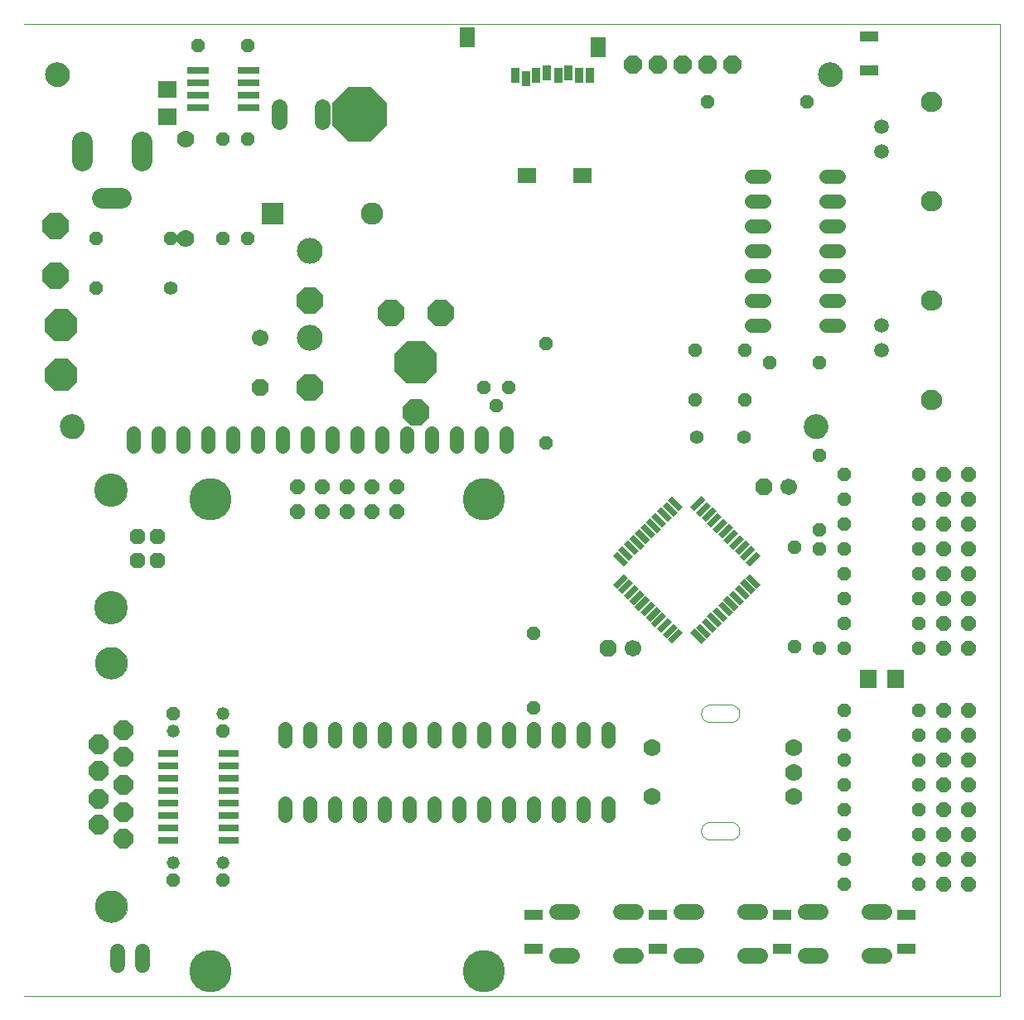
<source format=gts>
G75*
G70*
%OFA0B0*%
%FSLAX24Y24*%
%IPPOS*%
%LPD*%
%AMOC8*
5,1,8,0,0,1.08239X$1,22.5*
%
%ADD10C,0.0000*%
%ADD11R,0.0240X0.0620*%
%ADD12C,0.0560*%
%ADD13C,0.0985*%
%ADD14R,0.0906X0.0276*%
%ADD15OC8,0.1040*%
%ADD16C,0.0560*%
%ADD17OC8,0.0560*%
%ADD18OC8,0.0670*%
%ADD19C,0.0670*%
%ADD20R,0.0749X0.0670*%
%ADD21C,0.0700*%
%ADD22C,0.0640*%
%ADD23C,0.1040*%
%ADD24C,0.0827*%
%ADD25C,0.0594*%
%ADD26C,0.0827*%
%ADD27R,0.0740X0.0400*%
%ADD28R,0.0670X0.0750*%
%ADD29OC8,0.0614*%
%ADD30C,0.1346*%
%ADD31OC8,0.0800*%
%ADD32C,0.1300*%
%ADD33OC8,0.0600*%
%ADD34R,0.0840X0.0300*%
%ADD35OC8,0.0520*%
%ADD36C,0.0520*%
%ADD37R,0.0591X0.0788*%
%ADD38R,0.0749X0.0591*%
%ADD39R,0.0355X0.0631*%
%ADD40OC8,0.0740*%
%ADD41C,0.0600*%
%ADD42OC8,0.1300*%
%ADD43R,0.0900X0.0900*%
%ADD44C,0.0900*%
%ADD45C,0.1700*%
%ADD46OC8,0.2205*%
%ADD47OC8,0.1700*%
D10*
X002925Y005413D02*
X042167Y005413D01*
X042167Y044533D01*
X002925Y044533D01*
X003777Y042500D02*
X003779Y042543D01*
X003785Y042585D01*
X003795Y042627D01*
X003808Y042668D01*
X003825Y042708D01*
X003846Y042745D01*
X003870Y042781D01*
X003897Y042814D01*
X003927Y042845D01*
X003960Y042873D01*
X003995Y042898D01*
X004032Y042919D01*
X004071Y042937D01*
X004111Y042951D01*
X004153Y042962D01*
X004195Y042969D01*
X004238Y042972D01*
X004281Y042971D01*
X004324Y042966D01*
X004366Y042957D01*
X004407Y042945D01*
X004447Y042929D01*
X004485Y042909D01*
X004521Y042886D01*
X004555Y042859D01*
X004587Y042830D01*
X004615Y042798D01*
X004641Y042763D01*
X004663Y042727D01*
X004682Y042688D01*
X004697Y042648D01*
X004709Y042607D01*
X004717Y042564D01*
X004721Y042521D01*
X004721Y042479D01*
X004717Y042436D01*
X004709Y042393D01*
X004697Y042352D01*
X004682Y042312D01*
X004663Y042273D01*
X004641Y042237D01*
X004615Y042202D01*
X004587Y042170D01*
X004555Y042141D01*
X004521Y042114D01*
X004485Y042091D01*
X004447Y042071D01*
X004407Y042055D01*
X004366Y042043D01*
X004324Y042034D01*
X004281Y042029D01*
X004238Y042028D01*
X004195Y042031D01*
X004153Y042038D01*
X004111Y042049D01*
X004071Y042063D01*
X004032Y042081D01*
X003995Y042102D01*
X003960Y042127D01*
X003927Y042155D01*
X003897Y042186D01*
X003870Y042219D01*
X003846Y042255D01*
X003825Y042292D01*
X003808Y042332D01*
X003795Y042373D01*
X003785Y042415D01*
X003779Y042457D01*
X003777Y042500D01*
X004367Y028326D02*
X004369Y028369D01*
X004375Y028411D01*
X004385Y028453D01*
X004398Y028494D01*
X004415Y028534D01*
X004436Y028571D01*
X004460Y028607D01*
X004487Y028640D01*
X004517Y028671D01*
X004550Y028699D01*
X004585Y028724D01*
X004622Y028745D01*
X004661Y028763D01*
X004701Y028777D01*
X004743Y028788D01*
X004785Y028795D01*
X004828Y028798D01*
X004871Y028797D01*
X004914Y028792D01*
X004956Y028783D01*
X004997Y028771D01*
X005037Y028755D01*
X005075Y028735D01*
X005111Y028712D01*
X005145Y028685D01*
X005177Y028656D01*
X005205Y028624D01*
X005231Y028589D01*
X005253Y028553D01*
X005272Y028514D01*
X005287Y028474D01*
X005299Y028433D01*
X005307Y028390D01*
X005311Y028347D01*
X005311Y028305D01*
X005307Y028262D01*
X005299Y028219D01*
X005287Y028178D01*
X005272Y028138D01*
X005253Y028099D01*
X005231Y028063D01*
X005205Y028028D01*
X005177Y027996D01*
X005145Y027967D01*
X005111Y027940D01*
X005075Y027917D01*
X005037Y027897D01*
X004997Y027881D01*
X004956Y027869D01*
X004914Y027860D01*
X004871Y027855D01*
X004828Y027854D01*
X004785Y027857D01*
X004743Y027864D01*
X004701Y027875D01*
X004661Y027889D01*
X004622Y027907D01*
X004585Y027928D01*
X004550Y027953D01*
X004517Y027981D01*
X004487Y028012D01*
X004460Y028045D01*
X004436Y028081D01*
X004415Y028118D01*
X004398Y028158D01*
X004385Y028199D01*
X004375Y028241D01*
X004369Y028283D01*
X004367Y028326D01*
X005795Y018813D02*
X005797Y018863D01*
X005803Y018913D01*
X005813Y018962D01*
X005827Y019010D01*
X005844Y019057D01*
X005865Y019102D01*
X005890Y019146D01*
X005918Y019187D01*
X005950Y019226D01*
X005984Y019263D01*
X006021Y019297D01*
X006061Y019327D01*
X006103Y019354D01*
X006147Y019378D01*
X006193Y019399D01*
X006240Y019415D01*
X006288Y019428D01*
X006338Y019437D01*
X006387Y019442D01*
X006438Y019443D01*
X006488Y019440D01*
X006537Y019433D01*
X006586Y019422D01*
X006634Y019407D01*
X006680Y019389D01*
X006725Y019367D01*
X006768Y019341D01*
X006809Y019312D01*
X006848Y019280D01*
X006884Y019245D01*
X006916Y019207D01*
X006946Y019167D01*
X006973Y019124D01*
X006996Y019080D01*
X007015Y019034D01*
X007031Y018986D01*
X007043Y018937D01*
X007051Y018888D01*
X007055Y018838D01*
X007055Y018788D01*
X007051Y018738D01*
X007043Y018689D01*
X007031Y018640D01*
X007015Y018592D01*
X006996Y018546D01*
X006973Y018502D01*
X006946Y018459D01*
X006916Y018419D01*
X006884Y018381D01*
X006848Y018346D01*
X006809Y018314D01*
X006768Y018285D01*
X006725Y018259D01*
X006680Y018237D01*
X006634Y018219D01*
X006586Y018204D01*
X006537Y018193D01*
X006488Y018186D01*
X006438Y018183D01*
X006387Y018184D01*
X006338Y018189D01*
X006288Y018198D01*
X006240Y018211D01*
X006193Y018227D01*
X006147Y018248D01*
X006103Y018272D01*
X006061Y018299D01*
X006021Y018329D01*
X005984Y018363D01*
X005950Y018400D01*
X005918Y018439D01*
X005890Y018480D01*
X005865Y018524D01*
X005844Y018569D01*
X005827Y018616D01*
X005813Y018664D01*
X005803Y018713D01*
X005797Y018763D01*
X005795Y018813D01*
X005795Y009013D02*
X005797Y009063D01*
X005803Y009113D01*
X005813Y009162D01*
X005827Y009210D01*
X005844Y009257D01*
X005865Y009302D01*
X005890Y009346D01*
X005918Y009387D01*
X005950Y009426D01*
X005984Y009463D01*
X006021Y009497D01*
X006061Y009527D01*
X006103Y009554D01*
X006147Y009578D01*
X006193Y009599D01*
X006240Y009615D01*
X006288Y009628D01*
X006338Y009637D01*
X006387Y009642D01*
X006438Y009643D01*
X006488Y009640D01*
X006537Y009633D01*
X006586Y009622D01*
X006634Y009607D01*
X006680Y009589D01*
X006725Y009567D01*
X006768Y009541D01*
X006809Y009512D01*
X006848Y009480D01*
X006884Y009445D01*
X006916Y009407D01*
X006946Y009367D01*
X006973Y009324D01*
X006996Y009280D01*
X007015Y009234D01*
X007031Y009186D01*
X007043Y009137D01*
X007051Y009088D01*
X007055Y009038D01*
X007055Y008988D01*
X007051Y008938D01*
X007043Y008889D01*
X007031Y008840D01*
X007015Y008792D01*
X006996Y008746D01*
X006973Y008702D01*
X006946Y008659D01*
X006916Y008619D01*
X006884Y008581D01*
X006848Y008546D01*
X006809Y008514D01*
X006768Y008485D01*
X006725Y008459D01*
X006680Y008437D01*
X006634Y008419D01*
X006586Y008404D01*
X006537Y008393D01*
X006488Y008386D01*
X006438Y008383D01*
X006387Y008384D01*
X006338Y008389D01*
X006288Y008398D01*
X006240Y008411D01*
X006193Y008427D01*
X006147Y008448D01*
X006103Y008472D01*
X006061Y008499D01*
X006021Y008529D01*
X005984Y008563D01*
X005950Y008600D01*
X005918Y008639D01*
X005890Y008680D01*
X005865Y008724D01*
X005844Y008769D01*
X005827Y008816D01*
X005813Y008864D01*
X005803Y008913D01*
X005797Y008963D01*
X005795Y009013D01*
X030512Y011696D02*
X031338Y011696D01*
X031338Y011697D02*
X031375Y011699D01*
X031412Y011705D01*
X031447Y011714D01*
X031482Y011728D01*
X031515Y011744D01*
X031546Y011765D01*
X031575Y011788D01*
X031601Y011814D01*
X031624Y011843D01*
X031645Y011874D01*
X031661Y011907D01*
X031675Y011942D01*
X031684Y011977D01*
X031690Y012014D01*
X031692Y012051D01*
X031690Y012088D01*
X031684Y012125D01*
X031675Y012160D01*
X031661Y012195D01*
X031645Y012228D01*
X031624Y012259D01*
X031601Y012288D01*
X031575Y012314D01*
X031546Y012337D01*
X031515Y012358D01*
X031482Y012374D01*
X031447Y012388D01*
X031412Y012397D01*
X031375Y012403D01*
X031338Y012405D01*
X030512Y012405D01*
X030475Y012403D01*
X030438Y012397D01*
X030403Y012388D01*
X030368Y012374D01*
X030335Y012358D01*
X030304Y012337D01*
X030275Y012314D01*
X030249Y012288D01*
X030226Y012259D01*
X030205Y012228D01*
X030189Y012195D01*
X030175Y012160D01*
X030166Y012125D01*
X030160Y012088D01*
X030158Y012051D01*
X030160Y012014D01*
X030166Y011977D01*
X030175Y011942D01*
X030189Y011907D01*
X030205Y011874D01*
X030226Y011843D01*
X030249Y011814D01*
X030275Y011788D01*
X030304Y011765D01*
X030335Y011744D01*
X030368Y011728D01*
X030403Y011714D01*
X030438Y011705D01*
X030475Y011699D01*
X030512Y011697D01*
X030512Y016421D02*
X031338Y016421D01*
X031375Y016423D01*
X031412Y016429D01*
X031447Y016438D01*
X031482Y016452D01*
X031515Y016468D01*
X031546Y016489D01*
X031575Y016512D01*
X031601Y016538D01*
X031624Y016567D01*
X031645Y016598D01*
X031661Y016631D01*
X031675Y016666D01*
X031684Y016701D01*
X031690Y016738D01*
X031692Y016775D01*
X031690Y016812D01*
X031684Y016849D01*
X031675Y016884D01*
X031661Y016919D01*
X031645Y016952D01*
X031624Y016983D01*
X031601Y017012D01*
X031575Y017038D01*
X031546Y017061D01*
X031515Y017082D01*
X031482Y017098D01*
X031447Y017112D01*
X031412Y017121D01*
X031375Y017127D01*
X031338Y017129D01*
X031338Y017130D02*
X030512Y017130D01*
X030512Y017129D02*
X030475Y017127D01*
X030438Y017121D01*
X030403Y017112D01*
X030368Y017098D01*
X030335Y017082D01*
X030304Y017061D01*
X030275Y017038D01*
X030249Y017012D01*
X030226Y016983D01*
X030205Y016952D01*
X030189Y016919D01*
X030175Y016884D01*
X030166Y016849D01*
X030160Y016812D01*
X030158Y016775D01*
X030160Y016738D01*
X030166Y016701D01*
X030175Y016666D01*
X030189Y016631D01*
X030205Y016598D01*
X030226Y016567D01*
X030249Y016538D01*
X030275Y016512D01*
X030304Y016489D01*
X030335Y016468D01*
X030368Y016452D01*
X030403Y016438D01*
X030438Y016429D01*
X030475Y016423D01*
X030512Y016421D01*
X034289Y028326D02*
X034291Y028369D01*
X034297Y028411D01*
X034307Y028453D01*
X034320Y028494D01*
X034337Y028534D01*
X034358Y028571D01*
X034382Y028607D01*
X034409Y028640D01*
X034439Y028671D01*
X034472Y028699D01*
X034507Y028724D01*
X034544Y028745D01*
X034583Y028763D01*
X034623Y028777D01*
X034665Y028788D01*
X034707Y028795D01*
X034750Y028798D01*
X034793Y028797D01*
X034836Y028792D01*
X034878Y028783D01*
X034919Y028771D01*
X034959Y028755D01*
X034997Y028735D01*
X035033Y028712D01*
X035067Y028685D01*
X035099Y028656D01*
X035127Y028624D01*
X035153Y028589D01*
X035175Y028553D01*
X035194Y028514D01*
X035209Y028474D01*
X035221Y028433D01*
X035229Y028390D01*
X035233Y028347D01*
X035233Y028305D01*
X035229Y028262D01*
X035221Y028219D01*
X035209Y028178D01*
X035194Y028138D01*
X035175Y028099D01*
X035153Y028063D01*
X035127Y028028D01*
X035099Y027996D01*
X035067Y027967D01*
X035033Y027940D01*
X034997Y027917D01*
X034959Y027897D01*
X034919Y027881D01*
X034878Y027869D01*
X034836Y027860D01*
X034793Y027855D01*
X034750Y027854D01*
X034707Y027857D01*
X034665Y027864D01*
X034623Y027875D01*
X034583Y027889D01*
X034544Y027907D01*
X034507Y027928D01*
X034472Y027953D01*
X034439Y027981D01*
X034409Y028012D01*
X034382Y028045D01*
X034358Y028081D01*
X034337Y028118D01*
X034320Y028158D01*
X034307Y028199D01*
X034297Y028241D01*
X034291Y028283D01*
X034289Y028326D01*
X039031Y029413D02*
X039033Y029452D01*
X039039Y029491D01*
X039049Y029529D01*
X039062Y029566D01*
X039079Y029601D01*
X039099Y029635D01*
X039123Y029666D01*
X039150Y029695D01*
X039179Y029721D01*
X039211Y029744D01*
X039245Y029764D01*
X039281Y029780D01*
X039318Y029792D01*
X039357Y029801D01*
X039396Y029806D01*
X039435Y029807D01*
X039474Y029804D01*
X039513Y029797D01*
X039550Y029786D01*
X039587Y029772D01*
X039622Y029754D01*
X039655Y029733D01*
X039686Y029708D01*
X039714Y029681D01*
X039739Y029651D01*
X039761Y029618D01*
X039780Y029584D01*
X039795Y029548D01*
X039807Y029510D01*
X039815Y029472D01*
X039819Y029433D01*
X039819Y029393D01*
X039815Y029354D01*
X039807Y029316D01*
X039795Y029278D01*
X039780Y029242D01*
X039761Y029208D01*
X039739Y029175D01*
X039714Y029145D01*
X039686Y029118D01*
X039655Y029093D01*
X039622Y029072D01*
X039587Y029054D01*
X039550Y029040D01*
X039513Y029029D01*
X039474Y029022D01*
X039435Y029019D01*
X039396Y029020D01*
X039357Y029025D01*
X039318Y029034D01*
X039281Y029046D01*
X039245Y029062D01*
X039211Y029082D01*
X039179Y029105D01*
X039150Y029131D01*
X039123Y029160D01*
X039099Y029191D01*
X039079Y029225D01*
X039062Y029260D01*
X039049Y029297D01*
X039039Y029335D01*
X039033Y029374D01*
X039031Y029413D01*
X039031Y033413D02*
X039033Y033452D01*
X039039Y033491D01*
X039049Y033529D01*
X039062Y033566D01*
X039079Y033601D01*
X039099Y033635D01*
X039123Y033666D01*
X039150Y033695D01*
X039179Y033721D01*
X039211Y033744D01*
X039245Y033764D01*
X039281Y033780D01*
X039318Y033792D01*
X039357Y033801D01*
X039396Y033806D01*
X039435Y033807D01*
X039474Y033804D01*
X039513Y033797D01*
X039550Y033786D01*
X039587Y033772D01*
X039622Y033754D01*
X039655Y033733D01*
X039686Y033708D01*
X039714Y033681D01*
X039739Y033651D01*
X039761Y033618D01*
X039780Y033584D01*
X039795Y033548D01*
X039807Y033510D01*
X039815Y033472D01*
X039819Y033433D01*
X039819Y033393D01*
X039815Y033354D01*
X039807Y033316D01*
X039795Y033278D01*
X039780Y033242D01*
X039761Y033208D01*
X039739Y033175D01*
X039714Y033145D01*
X039686Y033118D01*
X039655Y033093D01*
X039622Y033072D01*
X039587Y033054D01*
X039550Y033040D01*
X039513Y033029D01*
X039474Y033022D01*
X039435Y033019D01*
X039396Y033020D01*
X039357Y033025D01*
X039318Y033034D01*
X039281Y033046D01*
X039245Y033062D01*
X039211Y033082D01*
X039179Y033105D01*
X039150Y033131D01*
X039123Y033160D01*
X039099Y033191D01*
X039079Y033225D01*
X039062Y033260D01*
X039049Y033297D01*
X039039Y033335D01*
X039033Y033374D01*
X039031Y033413D01*
X039031Y037413D02*
X039033Y037452D01*
X039039Y037491D01*
X039049Y037529D01*
X039062Y037566D01*
X039079Y037601D01*
X039099Y037635D01*
X039123Y037666D01*
X039150Y037695D01*
X039179Y037721D01*
X039211Y037744D01*
X039245Y037764D01*
X039281Y037780D01*
X039318Y037792D01*
X039357Y037801D01*
X039396Y037806D01*
X039435Y037807D01*
X039474Y037804D01*
X039513Y037797D01*
X039550Y037786D01*
X039587Y037772D01*
X039622Y037754D01*
X039655Y037733D01*
X039686Y037708D01*
X039714Y037681D01*
X039739Y037651D01*
X039761Y037618D01*
X039780Y037584D01*
X039795Y037548D01*
X039807Y037510D01*
X039815Y037472D01*
X039819Y037433D01*
X039819Y037393D01*
X039815Y037354D01*
X039807Y037316D01*
X039795Y037278D01*
X039780Y037242D01*
X039761Y037208D01*
X039739Y037175D01*
X039714Y037145D01*
X039686Y037118D01*
X039655Y037093D01*
X039622Y037072D01*
X039587Y037054D01*
X039550Y037040D01*
X039513Y037029D01*
X039474Y037022D01*
X039435Y037019D01*
X039396Y037020D01*
X039357Y037025D01*
X039318Y037034D01*
X039281Y037046D01*
X039245Y037062D01*
X039211Y037082D01*
X039179Y037105D01*
X039150Y037131D01*
X039123Y037160D01*
X039099Y037191D01*
X039079Y037225D01*
X039062Y037260D01*
X039049Y037297D01*
X039039Y037335D01*
X039033Y037374D01*
X039031Y037413D01*
X039031Y041413D02*
X039033Y041452D01*
X039039Y041491D01*
X039049Y041529D01*
X039062Y041566D01*
X039079Y041601D01*
X039099Y041635D01*
X039123Y041666D01*
X039150Y041695D01*
X039179Y041721D01*
X039211Y041744D01*
X039245Y041764D01*
X039281Y041780D01*
X039318Y041792D01*
X039357Y041801D01*
X039396Y041806D01*
X039435Y041807D01*
X039474Y041804D01*
X039513Y041797D01*
X039550Y041786D01*
X039587Y041772D01*
X039622Y041754D01*
X039655Y041733D01*
X039686Y041708D01*
X039714Y041681D01*
X039739Y041651D01*
X039761Y041618D01*
X039780Y041584D01*
X039795Y041548D01*
X039807Y041510D01*
X039815Y041472D01*
X039819Y041433D01*
X039819Y041393D01*
X039815Y041354D01*
X039807Y041316D01*
X039795Y041278D01*
X039780Y041242D01*
X039761Y041208D01*
X039739Y041175D01*
X039714Y041145D01*
X039686Y041118D01*
X039655Y041093D01*
X039622Y041072D01*
X039587Y041054D01*
X039550Y041040D01*
X039513Y041029D01*
X039474Y041022D01*
X039435Y041019D01*
X039396Y041020D01*
X039357Y041025D01*
X039318Y041034D01*
X039281Y041046D01*
X039245Y041062D01*
X039211Y041082D01*
X039179Y041105D01*
X039150Y041131D01*
X039123Y041160D01*
X039099Y041191D01*
X039079Y041225D01*
X039062Y041260D01*
X039049Y041297D01*
X039039Y041335D01*
X039033Y041374D01*
X039031Y041413D01*
X034879Y042500D02*
X034881Y042543D01*
X034887Y042585D01*
X034897Y042627D01*
X034910Y042668D01*
X034927Y042708D01*
X034948Y042745D01*
X034972Y042781D01*
X034999Y042814D01*
X035029Y042845D01*
X035062Y042873D01*
X035097Y042898D01*
X035134Y042919D01*
X035173Y042937D01*
X035213Y042951D01*
X035255Y042962D01*
X035297Y042969D01*
X035340Y042972D01*
X035383Y042971D01*
X035426Y042966D01*
X035468Y042957D01*
X035509Y042945D01*
X035549Y042929D01*
X035587Y042909D01*
X035623Y042886D01*
X035657Y042859D01*
X035689Y042830D01*
X035717Y042798D01*
X035743Y042763D01*
X035765Y042727D01*
X035784Y042688D01*
X035799Y042648D01*
X035811Y042607D01*
X035819Y042564D01*
X035823Y042521D01*
X035823Y042479D01*
X035819Y042436D01*
X035811Y042393D01*
X035799Y042352D01*
X035784Y042312D01*
X035765Y042273D01*
X035743Y042237D01*
X035717Y042202D01*
X035689Y042170D01*
X035657Y042141D01*
X035623Y042114D01*
X035587Y042091D01*
X035549Y042071D01*
X035509Y042055D01*
X035468Y042043D01*
X035426Y042034D01*
X035383Y042029D01*
X035340Y042028D01*
X035297Y042031D01*
X035255Y042038D01*
X035213Y042049D01*
X035173Y042063D01*
X035134Y042081D01*
X035097Y042102D01*
X035062Y042127D01*
X035029Y042155D01*
X034999Y042186D01*
X034972Y042219D01*
X034948Y042255D01*
X034927Y042292D01*
X034910Y042332D01*
X034897Y042373D01*
X034887Y042415D01*
X034881Y042457D01*
X034879Y042500D01*
D11*
G36*
X029890Y024928D02*
X029720Y025098D01*
X030158Y025536D01*
X030328Y025366D01*
X029890Y024928D01*
G37*
G36*
X030109Y024709D02*
X029939Y024879D01*
X030377Y025317D01*
X030547Y025147D01*
X030109Y024709D01*
G37*
G36*
X030335Y024483D02*
X030165Y024653D01*
X030603Y025091D01*
X030773Y024921D01*
X030335Y024483D01*
G37*
G36*
X030555Y024264D02*
X030385Y024434D01*
X030823Y024872D01*
X030993Y024702D01*
X030555Y024264D01*
G37*
G36*
X030781Y024037D02*
X030611Y024207D01*
X031049Y024645D01*
X031219Y024475D01*
X030781Y024037D01*
G37*
G36*
X031000Y023818D02*
X030830Y023988D01*
X031268Y024426D01*
X031438Y024256D01*
X031000Y023818D01*
G37*
G36*
X031219Y023599D02*
X031049Y023769D01*
X031487Y024207D01*
X031657Y024037D01*
X031219Y023599D01*
G37*
G36*
X031446Y023373D02*
X031276Y023543D01*
X031714Y023981D01*
X031884Y023811D01*
X031446Y023373D01*
G37*
G36*
X031665Y023153D02*
X031495Y023323D01*
X031933Y023761D01*
X032103Y023591D01*
X031665Y023153D01*
G37*
G36*
X031891Y022927D02*
X031721Y023097D01*
X032159Y023535D01*
X032329Y023365D01*
X031891Y022927D01*
G37*
G36*
X032110Y022708D02*
X031940Y022878D01*
X032378Y023316D01*
X032548Y023146D01*
X032110Y022708D01*
G37*
G36*
X031940Y022241D02*
X032110Y022411D01*
X032548Y021973D01*
X032378Y021803D01*
X031940Y022241D01*
G37*
G36*
X031721Y022022D02*
X031891Y022192D01*
X032329Y021754D01*
X032159Y021584D01*
X031721Y022022D01*
G37*
G36*
X031495Y021795D02*
X031665Y021965D01*
X032103Y021527D01*
X031933Y021357D01*
X031495Y021795D01*
G37*
G36*
X031276Y021576D02*
X031446Y021746D01*
X031884Y021308D01*
X031714Y021138D01*
X031276Y021576D01*
G37*
G36*
X031049Y021350D02*
X031219Y021520D01*
X031657Y021082D01*
X031487Y020912D01*
X031049Y021350D01*
G37*
G36*
X030830Y021131D02*
X031000Y021301D01*
X031438Y020863D01*
X031268Y020693D01*
X030830Y021131D01*
G37*
G36*
X030611Y020912D02*
X030781Y021082D01*
X031219Y020644D01*
X031049Y020474D01*
X030611Y020912D01*
G37*
G36*
X030385Y020685D02*
X030555Y020855D01*
X030993Y020417D01*
X030823Y020247D01*
X030385Y020685D01*
G37*
G36*
X030165Y020466D02*
X030335Y020636D01*
X030773Y020198D01*
X030603Y020028D01*
X030165Y020466D01*
G37*
G36*
X029939Y020240D02*
X030109Y020410D01*
X030547Y019972D01*
X030377Y019802D01*
X029939Y020240D01*
G37*
G36*
X029720Y020021D02*
X029890Y020191D01*
X030328Y019753D01*
X030158Y019583D01*
X029720Y020021D01*
G37*
G36*
X028985Y019583D02*
X028815Y019753D01*
X029253Y020191D01*
X029423Y020021D01*
X028985Y019583D01*
G37*
G36*
X028766Y019802D02*
X028596Y019972D01*
X029034Y020410D01*
X029204Y020240D01*
X028766Y019802D01*
G37*
G36*
X028539Y020028D02*
X028369Y020198D01*
X028807Y020636D01*
X028977Y020466D01*
X028539Y020028D01*
G37*
G36*
X028320Y020247D02*
X028150Y020417D01*
X028588Y020855D01*
X028758Y020685D01*
X028320Y020247D01*
G37*
G36*
X028094Y020474D02*
X027924Y020644D01*
X028362Y021082D01*
X028532Y020912D01*
X028094Y020474D01*
G37*
G36*
X027875Y020693D02*
X027705Y020863D01*
X028143Y021301D01*
X028313Y021131D01*
X027875Y020693D01*
G37*
G36*
X027656Y020912D02*
X027486Y021082D01*
X027924Y021520D01*
X028094Y021350D01*
X027656Y020912D01*
G37*
G36*
X027429Y021138D02*
X027259Y021308D01*
X027697Y021746D01*
X027867Y021576D01*
X027429Y021138D01*
G37*
G36*
X027210Y021357D02*
X027040Y021527D01*
X027478Y021965D01*
X027648Y021795D01*
X027210Y021357D01*
G37*
G36*
X026984Y021584D02*
X026814Y021754D01*
X027252Y022192D01*
X027422Y022022D01*
X026984Y021584D01*
G37*
G36*
X026765Y021803D02*
X026595Y021973D01*
X027033Y022411D01*
X027203Y022241D01*
X026765Y021803D01*
G37*
G36*
X026595Y023146D02*
X026765Y023316D01*
X027203Y022878D01*
X027033Y022708D01*
X026595Y023146D01*
G37*
G36*
X026814Y023365D02*
X026984Y023535D01*
X027422Y023097D01*
X027252Y022927D01*
X026814Y023365D01*
G37*
G36*
X027040Y023591D02*
X027210Y023761D01*
X027648Y023323D01*
X027478Y023153D01*
X027040Y023591D01*
G37*
G36*
X027259Y023811D02*
X027429Y023981D01*
X027867Y023543D01*
X027697Y023373D01*
X027259Y023811D01*
G37*
G36*
X027486Y024037D02*
X027656Y024207D01*
X028094Y023769D01*
X027924Y023599D01*
X027486Y024037D01*
G37*
G36*
X027705Y024256D02*
X027875Y024426D01*
X028313Y023988D01*
X028143Y023818D01*
X027705Y024256D01*
G37*
G36*
X027924Y024475D02*
X028094Y024645D01*
X028532Y024207D01*
X028362Y024037D01*
X027924Y024475D01*
G37*
G36*
X028150Y024702D02*
X028320Y024872D01*
X028758Y024434D01*
X028588Y024264D01*
X028150Y024702D01*
G37*
G36*
X028369Y024921D02*
X028539Y025091D01*
X028977Y024653D01*
X028807Y024483D01*
X028369Y024921D01*
G37*
G36*
X028596Y025147D02*
X028766Y025317D01*
X029204Y024879D01*
X029034Y024709D01*
X028596Y025147D01*
G37*
G36*
X028815Y025366D02*
X028985Y025536D01*
X029423Y025098D01*
X029253Y024928D01*
X028815Y025366D01*
G37*
D12*
X022312Y027538D02*
X022312Y028058D01*
X021312Y028058D02*
X021312Y027538D01*
X020312Y027538D02*
X020312Y028058D01*
X019312Y028058D02*
X019312Y027538D01*
X018312Y027538D02*
X018312Y028058D01*
X017312Y028058D02*
X017312Y027538D01*
X016312Y027538D02*
X016312Y028058D01*
X015312Y028058D02*
X015312Y027538D01*
X014312Y027538D02*
X014312Y028058D01*
X013312Y028058D02*
X013312Y027538D01*
X012312Y027538D02*
X012312Y028058D01*
X011312Y028058D02*
X011312Y027538D01*
X010312Y027538D02*
X010312Y028058D01*
X009312Y028058D02*
X009312Y027538D01*
X008312Y027538D02*
X008312Y028058D01*
X007312Y028058D02*
X007312Y027538D01*
X013425Y016173D02*
X013425Y015653D01*
X014425Y015653D02*
X014425Y016173D01*
X015425Y016173D02*
X015425Y015653D01*
X016425Y015653D02*
X016425Y016173D01*
X017425Y016173D02*
X017425Y015653D01*
X018425Y015653D02*
X018425Y016173D01*
X019425Y016173D02*
X019425Y015653D01*
X020425Y015653D02*
X020425Y016173D01*
X021425Y016173D02*
X021425Y015653D01*
X022425Y015653D02*
X022425Y016173D01*
X023425Y016173D02*
X023425Y015653D01*
X024425Y015653D02*
X024425Y016173D01*
X025425Y016173D02*
X025425Y015653D01*
X026425Y015653D02*
X026425Y016173D01*
X026425Y013173D02*
X026425Y012653D01*
X025425Y012653D02*
X025425Y013173D01*
X024425Y013173D02*
X024425Y012653D01*
X023425Y012653D02*
X023425Y013173D01*
X022425Y013173D02*
X022425Y012653D01*
X021425Y012653D02*
X021425Y013173D01*
X020425Y013173D02*
X020425Y012653D01*
X019425Y012653D02*
X019425Y013173D01*
X018425Y013173D02*
X018425Y012653D01*
X017425Y012653D02*
X017425Y013173D01*
X016425Y013173D02*
X016425Y012653D01*
X015425Y012653D02*
X015425Y013173D01*
X014425Y013173D02*
X014425Y012653D01*
X013425Y012653D02*
X013425Y013173D01*
X032165Y032413D02*
X032685Y032413D01*
X032685Y033413D02*
X032165Y033413D01*
X032165Y034413D02*
X032685Y034413D01*
X032685Y035413D02*
X032165Y035413D01*
X032165Y036413D02*
X032685Y036413D01*
X032685Y037413D02*
X032165Y037413D01*
X032165Y038413D02*
X032685Y038413D01*
X035165Y038413D02*
X035685Y038413D01*
X035685Y037413D02*
X035165Y037413D01*
X035165Y036413D02*
X035685Y036413D01*
X035685Y035413D02*
X035165Y035413D01*
X035165Y034413D02*
X035685Y034413D01*
X035685Y033413D02*
X035165Y033413D01*
X035165Y032413D02*
X035685Y032413D01*
D13*
X034761Y028326D03*
X035351Y042500D03*
X004839Y028326D03*
X004249Y042500D03*
D14*
X009901Y042663D03*
X009901Y042163D03*
X009901Y041663D03*
X009901Y041163D03*
X011949Y041163D03*
X011949Y041663D03*
X011949Y042163D03*
X011949Y042663D03*
D15*
X004175Y036413D03*
X004175Y034413D03*
X014425Y033413D03*
X017675Y032913D03*
X019675Y032913D03*
X018675Y028913D03*
X014425Y029913D03*
D16*
X008800Y033913D03*
X029975Y027913D03*
X031875Y027913D03*
D17*
X031925Y029413D03*
X032925Y030913D03*
X031925Y031413D03*
X029925Y031413D03*
X029925Y029413D03*
X034925Y030913D03*
X034925Y027163D03*
X035925Y026413D03*
X035925Y025413D03*
X035925Y024413D03*
X035925Y023413D03*
X034925Y023413D03*
X034925Y024163D03*
X033925Y023456D03*
X035925Y022413D03*
X035925Y021413D03*
X035925Y020413D03*
X035925Y019413D03*
X034925Y019413D03*
X033925Y019456D03*
X035925Y016913D03*
X035925Y015913D03*
X035925Y014913D03*
X035925Y013913D03*
X035925Y012913D03*
X035925Y011913D03*
X035925Y010913D03*
X035925Y009913D03*
X038925Y009913D03*
X038925Y010913D03*
X038925Y011913D03*
X038925Y012913D03*
X038925Y013913D03*
X038925Y014913D03*
X038925Y015913D03*
X038925Y016913D03*
X038925Y019413D03*
X038925Y020413D03*
X038925Y021413D03*
X038925Y022413D03*
X038925Y023413D03*
X038925Y024413D03*
X038925Y025413D03*
X038925Y026413D03*
X023925Y027663D03*
X021925Y029163D03*
X021425Y029913D03*
X022425Y029913D03*
X023925Y031663D03*
X030425Y041413D03*
X034425Y041413D03*
X011925Y039913D03*
X010925Y039913D03*
X009925Y043663D03*
X011925Y043663D03*
X011925Y035913D03*
X010925Y035913D03*
X008800Y035913D03*
X005800Y035913D03*
X005800Y033913D03*
X023425Y020017D03*
X023425Y017017D03*
D18*
X026425Y019413D03*
X032675Y025913D03*
X012425Y029913D03*
D19*
X012425Y031913D03*
X027425Y019413D03*
X033675Y025913D03*
D20*
X008683Y040799D03*
X008683Y041902D03*
D21*
X009425Y039913D03*
X009425Y035913D03*
X028169Y015397D03*
X028169Y013429D03*
X033878Y013429D03*
X033878Y014413D03*
X033878Y015397D03*
D22*
X034345Y008803D02*
X034945Y008803D01*
X034945Y007023D02*
X034345Y007023D01*
X032505Y007023D02*
X031905Y007023D01*
X031905Y008803D02*
X032505Y008803D01*
X029945Y008803D02*
X029345Y008803D01*
X029345Y007023D02*
X029945Y007023D01*
X027505Y007023D02*
X026905Y007023D01*
X026905Y008803D02*
X027505Y008803D01*
X024945Y008803D02*
X024345Y008803D01*
X024345Y007023D02*
X024945Y007023D01*
X036905Y007023D02*
X037505Y007023D01*
X037505Y008803D02*
X036905Y008803D01*
X014925Y040613D02*
X014925Y041213D01*
X013175Y041213D02*
X013175Y040613D01*
D23*
X014425Y035413D03*
X014425Y031913D03*
D24*
X006819Y037523D02*
X006031Y037523D01*
X005244Y039019D02*
X005244Y039807D01*
X007645Y039807D02*
X007645Y039019D01*
D25*
X037425Y039413D03*
X037425Y040413D03*
X037425Y032413D03*
X037425Y031413D03*
D26*
X039425Y033413D03*
X039425Y029413D03*
X039425Y037413D03*
X039425Y041413D03*
D27*
X036925Y042663D03*
X036925Y044038D03*
X038425Y008663D03*
X038425Y007288D03*
X033425Y007288D03*
X033425Y008663D03*
X028425Y008663D03*
X028425Y007288D03*
X023425Y007288D03*
X023425Y008663D03*
D28*
X036865Y018163D03*
X037985Y018163D03*
D29*
X008279Y022921D03*
X007492Y022921D03*
X007492Y023905D03*
X008279Y023905D03*
D30*
X006425Y025783D03*
X006425Y021043D03*
D31*
X006925Y016101D03*
X006925Y015038D03*
X005925Y015538D03*
X005925Y014476D03*
X006925Y013913D03*
X006925Y012788D03*
X006925Y011725D03*
X005925Y012288D03*
X005925Y013350D03*
D32*
X006425Y009013D03*
X006425Y018813D03*
D33*
X013925Y024913D03*
X013925Y025913D03*
X014925Y025913D03*
X015925Y025913D03*
X016925Y025913D03*
X017925Y025913D03*
X017925Y024913D03*
X016925Y024913D03*
X015925Y024913D03*
X014925Y024913D03*
X039925Y024413D03*
X039925Y025413D03*
X039925Y026413D03*
X040925Y026413D03*
X040925Y025413D03*
X040925Y024413D03*
X040925Y023413D03*
X039925Y023413D03*
X039925Y022413D03*
X040925Y022413D03*
X040925Y021413D03*
X039925Y021413D03*
X039925Y020413D03*
X040925Y020413D03*
X040925Y019413D03*
X039925Y019413D03*
X039925Y016913D03*
X040925Y016913D03*
X040925Y015913D03*
X039925Y015913D03*
X039925Y014913D03*
X040925Y014913D03*
X040925Y013913D03*
X039925Y013913D03*
X039925Y012913D03*
X040925Y012913D03*
X040925Y011913D03*
X039925Y011913D03*
X039925Y010913D03*
X040925Y010913D03*
X040925Y009913D03*
X039925Y009913D03*
D34*
X011135Y011663D03*
X011135Y012163D03*
X011135Y012663D03*
X011135Y013163D03*
X011135Y013663D03*
X011135Y014163D03*
X011135Y014663D03*
X011135Y015163D03*
X008715Y015163D03*
X008715Y014663D03*
X008715Y014163D03*
X008715Y013663D03*
X008715Y013163D03*
X008715Y012663D03*
X008715Y012163D03*
X008715Y011663D03*
D35*
X008925Y010063D03*
X010925Y010063D03*
X010925Y016063D03*
X008925Y016763D03*
D36*
X008925Y016063D03*
X010925Y016763D03*
X010925Y010763D03*
X008925Y010763D03*
D37*
X026004Y043598D03*
X020728Y043992D03*
D38*
X023130Y038421D03*
X025374Y038421D03*
D39*
X023094Y042319D03*
X022661Y042476D03*
X023527Y042476D03*
X023960Y042555D03*
X024394Y042476D03*
X024827Y042555D03*
X025260Y042476D03*
X025693Y042476D03*
D40*
X027425Y042913D03*
X028425Y042913D03*
X029425Y042913D03*
X030425Y042913D03*
X031425Y042913D03*
D41*
X007675Y007193D02*
X007675Y006633D01*
X006675Y006633D02*
X006675Y007193D01*
D42*
X004425Y030413D03*
X004425Y032413D03*
D43*
X012925Y036913D03*
D44*
X016925Y036913D03*
D45*
X021425Y025413D03*
X010425Y025413D03*
X010425Y006413D03*
X021425Y006413D03*
D46*
X016425Y040913D03*
D47*
X018675Y030913D03*
M02*

</source>
